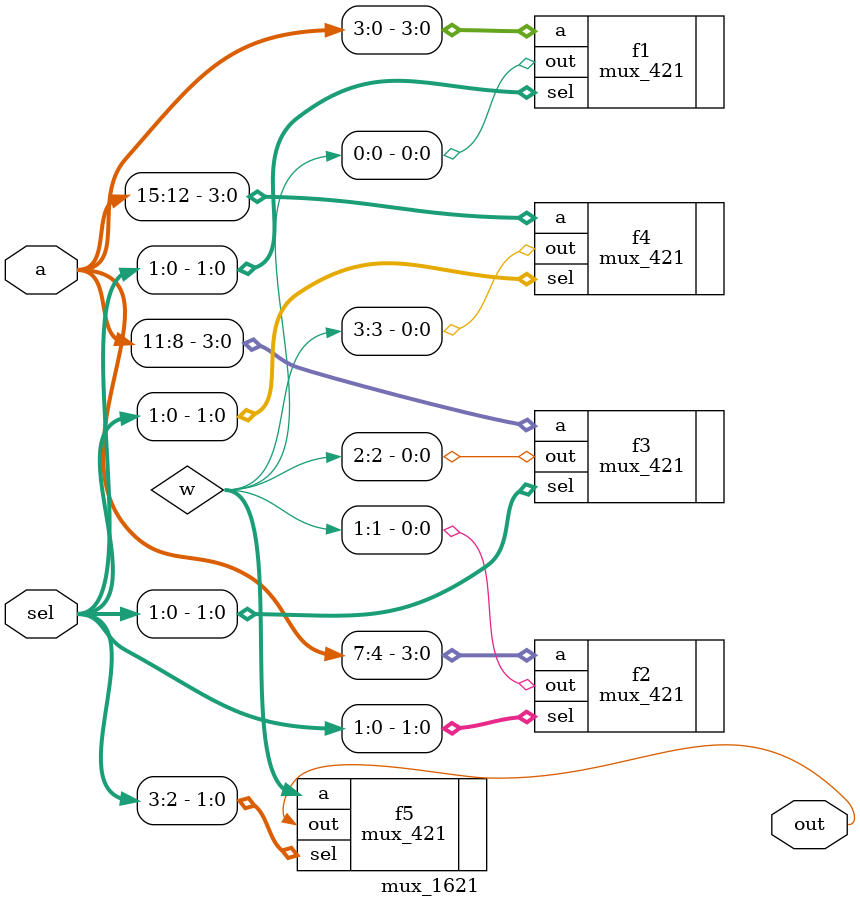
<source format=v>
`timescale 1ns / 1ps


module mux_1621(a,sel,out);

    input [15:0]a;
    output out;
    input [3:0]sel;
    wire [3:0]w;
    mux_421 f1(.a(a[3:0]),.sel(sel[1:0]),.out(w[0]));
    mux_421 f2(.a(a[7:4]),.sel(sel[1:0]),.out(w[1]));
    mux_421 f3(.a(a[11:8]),.sel(sel[1:0]),.out(w[2]));
    mux_421 f4(.a(a[15:12]),.sel(sel[1:0]),.out(w[3]));
    mux_421 f5(.a(w[3:0]),.sel(sel[3:2]),.out(out));

endmodule

</source>
